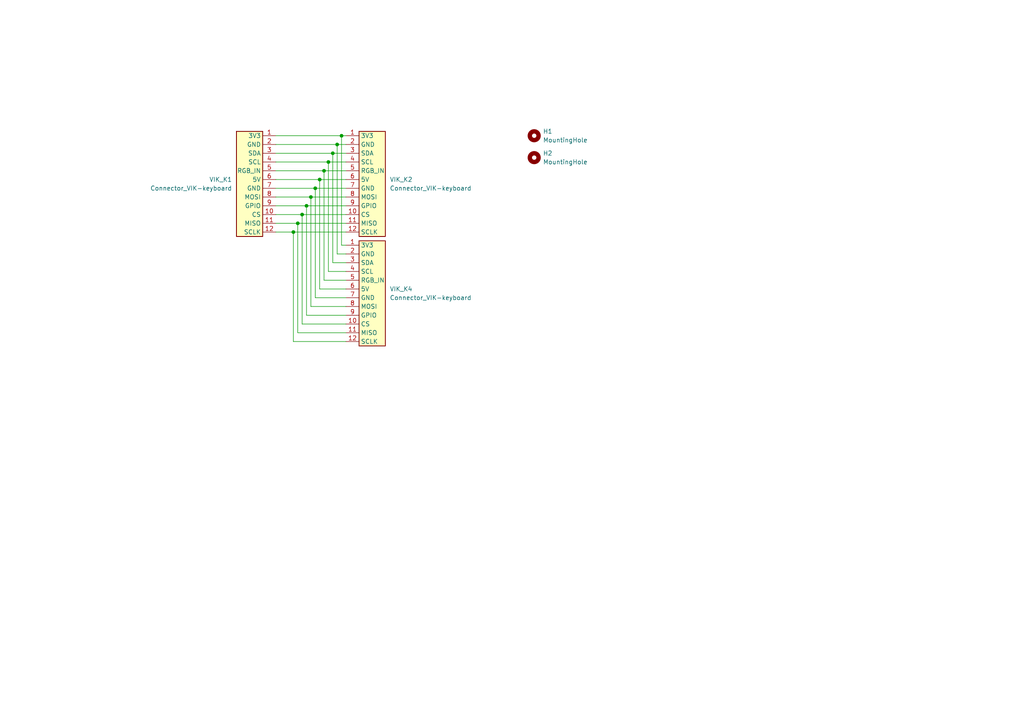
<source format=kicad_sch>
(kicad_sch (version 20230121) (generator eeschema)
  (paper "A4")
  (lib_symbols
    (symbol "Mechanical:MountingHole" (pin_names (offset 1.016))
      (property "Reference" "H" (at 0 5.08 0))
      (property "Value" "MountingHole" (at 0 3.175 0))
      (symbol "MountingHole_0_1"
        (circle (center 0 0) (radius 1.27) (stroke (width 1.27)))
      )
    )
    (symbol "zzkeeb:Connector_VIK-keyboard"
      (property "Reference" "VIK_K" (at -1.27 -19.05 0))
      (property "Value" "Connector_VIK-keyboard" (at -1.27 -16.51 0))
      (symbol "Connector_VIK-keyboard_1_1"
        (rectangle (start 0 16.51) (end 7.62 -13.97) (stroke (width 0.254)) (fill (type background)))
        (pin power_in line (at -3.81 15.24 0) (length 3.81) (name "3V3") (number "1"))
        (pin input line (at -3.81 -7.62 0) (length 3.81) (name "CS") (number "10"))
        (pin output line (at -3.81 -10.16 0) (length 3.81) (name "MISO") (number "11"))
        (pin input line (at -3.81 -12.7 0) (length 3.81) (name "SCLK") (number "12"))
        (pin power_in line (at -3.81 12.7 0) (length 3.81) (name "GND") (number "2"))
        (pin bidirectional line (at -3.81 10.16 0) (length 3.81) (name "SDA") (number "3"))
        (pin bidirectional line (at -3.81 7.62 0) (length 3.81) (name "SCL") (number "4"))
        (pin input line (at -3.81 5.08 0) (length 3.81) (name "RGB_IN") (number "5"))
        (pin power_in line (at -3.81 2.54 0) (length 3.81) (name "5V") (number "6"))
        (pin power_in line (at -3.81 0 0) (length 3.81) (name "GND") (number "7"))
        (pin input line (at -3.81 -2.54 0) (length 3.81) (name "MOSI") (number "8"))
        (pin bidirectional line (at -3.81 -5.08 0) (length 3.81) (name "GPIO") (number "9"))
      )
    )
  )
  (junction (at 99.06 39.37))
  (junction (at 96.52 44.45))
  (junction (at 97.79 41.91))
  (junction (at 90.17 57.15))
  (junction (at 87.63 62.23))
  (junction (at 93.98 49.53))
  (junction (at 95.25 46.99))
  (junction (at 85.09 67.31))
  (junction (at 86.36 64.77))
  (junction (at 92.71 52.07))
  (junction (at 91.44 54.61))
  (junction (at 88.9 59.69))
  (wire (pts (xy 80.01 39.37) (xy 99.06 39.37)))
  (wire (pts (xy 100.33 62.23) (xy 87.63 62.23)))
  (wire (pts (xy 95.25 78.74) (xy 100.33 78.74)))
  (wire (pts (xy 100.33 64.77) (xy 86.36 64.77)))
  (wire (pts (xy 88.9 59.69) (xy 80.01 59.69)))
  (wire (pts (xy 90.17 88.9) (xy 100.33 88.9)))
  (wire (pts (xy 100.33 41.91) (xy 97.79 41.91)))
  (wire (pts (xy 99.06 39.37) (xy 100.33 39.37)))
  (wire (pts (xy 85.09 99.06) (xy 85.09 67.31)))
  (wire (pts (xy 92.71 83.82) (xy 100.33 83.82)))
  (wire (pts (xy 95.25 78.74) (xy 95.25 46.99)))
  (wire (pts (xy 91.44 86.36) (xy 100.33 86.36)))
  (wire (pts (xy 100.33 52.07) (xy 92.71 52.07)))
  (wire (pts (xy 87.63 93.98) (xy 87.63 62.23)))
  (wire (pts (xy 88.9 91.44) (xy 100.33 91.44)))
  (wire (pts (xy 93.98 81.28) (xy 93.98 49.53)))
  (wire (pts (xy 87.63 62.23) (xy 80.01 62.23)))
  (wire (pts (xy 100.33 49.53) (xy 93.98 49.53)))
  (wire (pts (xy 85.09 67.31) (xy 80.01 67.31)))
  (wire (pts (xy 86.36 96.52) (xy 86.36 64.77)))
  (wire (pts (xy 86.36 64.77) (xy 80.01 64.77)))
  (wire (pts (xy 85.09 99.06) (xy 100.33 99.06)))
  (wire (pts (xy 90.17 88.9) (xy 90.17 57.15)))
  (wire (pts (xy 95.25 46.99) (xy 80.01 46.99)))
  (wire (pts (xy 97.79 73.66) (xy 100.33 73.66)))
  (wire (pts (xy 91.44 54.61) (xy 80.01 54.61)))
  (wire (pts (xy 97.79 41.91) (xy 80.01 41.91)))
  (wire (pts (xy 90.17 57.15) (xy 80.01 57.15)))
  (wire (pts (xy 100.33 44.45) (xy 96.52 44.45)))
  (wire (pts (xy 93.98 81.28) (xy 100.33 81.28)))
  (wire (pts (xy 100.33 57.15) (xy 90.17 57.15)))
  (wire (pts (xy 99.06 71.12) (xy 99.06 39.37)))
  (wire (pts (xy 96.52 44.45) (xy 80.01 44.45)))
  (wire (pts (xy 88.9 91.44) (xy 88.9 59.69)))
  (wire (pts (xy 99.06 71.12) (xy 100.33 71.12)))
  (wire (pts (xy 91.44 86.36) (xy 91.44 54.61)))
  (wire (pts (xy 86.36 96.52) (xy 100.33 96.52)))
  (wire (pts (xy 97.79 73.66) (xy 97.79 41.91)))
  (wire (pts (xy 100.33 46.99) (xy 95.25 46.99)))
  (wire (pts (xy 87.63 93.98) (xy 100.33 93.98)))
  (wire (pts (xy 96.52 76.2) (xy 100.33 76.2)))
  (wire (pts (xy 96.52 76.2) (xy 96.52 44.45)))
  (wire (pts (xy 92.71 52.07) (xy 80.01 52.07)))
  (wire (pts (xy 100.33 59.69) (xy 88.9 59.69)))
  (wire (pts (xy 92.71 83.82) (xy 92.71 52.07)))
  (wire (pts (xy 93.98 49.53) (xy 80.01 49.53)))
  (wire (pts (xy 100.33 67.31) (xy 85.09 67.31)))
  (wire (pts (xy 100.33 54.61) (xy 91.44 54.61)))
  (symbol (lib_id "Mechanical:MountingHole") (at 154.94 39.37 0) (unit 1)
    (property "Reference" "H1" (at 157.48 38.1 0) (effects (justify left)))
    (property "Value" "MountingHole" (at 157.48 40.64 0) (effects (justify left)))
    (property "Footprint" "zzkeeb:Hole_M2-TH" (effects hide))
  )
  (symbol (lib_id "Mechanical:MountingHole") (at 154.94 45.72 0) (unit 1)
    (property "Reference" "H2" (at 157.48 44.45 0) (effects (justify left)))
    (property "Value" "MountingHole" (at 157.48 46.99 0) (effects (justify left)))
    (property "Footprint" "zzkeeb:Hole_M2-TH" (effects hide))
  )
  (symbol (lib_id "zzkeeb:Connector_VIK-keyboard") (at 76.2 54.61 0) (mirror y) (unit 1)
    (property "Reference" "VIK_K1" (at 67.31 52.07 0) (effects (justify left)))
    (property "Value" "Connector_VIK-keyboard" (at 67.31 54.61 0) (effects (justify left)))
    (property "Footprint" "zzkeeb:Connector_VIK-magnetic-keyboard" (effects hide))
  )
  (symbol (lib_id "zzkeeb:Connector_VIK-keyboard") (at 104.14 86.36 0) (unit 1)
    (property "Reference" "VIK_K4" (at 113.03 83.82 0) (effects (justify left)))
    (property "Value" "Connector_VIK-keyboard" (at 113.03 86.36 0) (effects (justify left)))
    (property "Footprint" "zzkeeb:Connector_FFC-12pin-1mm-vertical" (effects hide))
  )
  (symbol (lib_id "zzkeeb:Connector_VIK-keyboard") (at 104.14 54.61 0) (unit 1)
    (property "Reference" "VIK_K2" (at 113.03 52.07 0) (effects (justify left)))
    (property "Value" "Connector_VIK-keyboard" (at 113.03 54.61 0) (effects (justify left)))
    (property "Footprint" "zzkeeb:Connector_FFC-12pin-1mm-vertical" (effects hide))
  )
)
</source>
